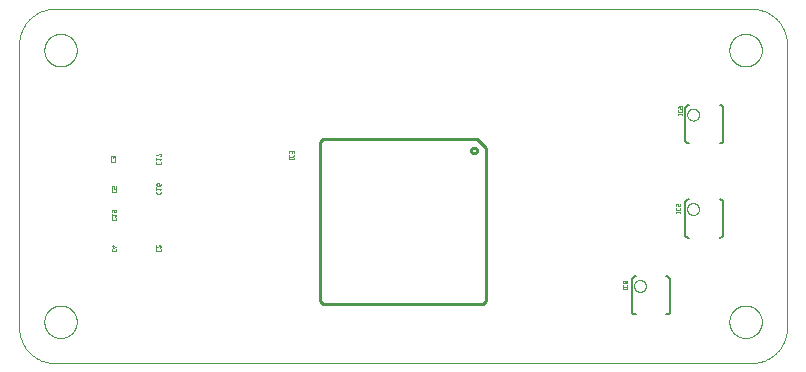
<source format=gbo>
G75*
%MOIN*%
%OFA0B0*%
%FSLAX25Y25*%
%IPPOS*%
%LPD*%
%AMOC8*
5,1,8,0,0,1.08239X$1,22.5*
%
%ADD10C,0.00000*%
%ADD11C,0.00100*%
%ADD12C,0.01000*%
%ADD13C,0.00600*%
%ADD14C,0.00200*%
D10*
X0013811Y0013041D02*
X0246094Y0013041D01*
X0246379Y0013044D01*
X0246665Y0013055D01*
X0246950Y0013072D01*
X0247234Y0013096D01*
X0247518Y0013127D01*
X0247801Y0013165D01*
X0248082Y0013210D01*
X0248363Y0013261D01*
X0248643Y0013319D01*
X0248921Y0013384D01*
X0249197Y0013456D01*
X0249471Y0013534D01*
X0249744Y0013619D01*
X0250014Y0013711D01*
X0250282Y0013809D01*
X0250548Y0013913D01*
X0250811Y0014024D01*
X0251071Y0014141D01*
X0251329Y0014264D01*
X0251583Y0014394D01*
X0251834Y0014530D01*
X0252082Y0014671D01*
X0252326Y0014819D01*
X0252567Y0014972D01*
X0252803Y0015132D01*
X0253036Y0015297D01*
X0253265Y0015467D01*
X0253490Y0015643D01*
X0253710Y0015825D01*
X0253926Y0016011D01*
X0254137Y0016203D01*
X0254344Y0016400D01*
X0254546Y0016602D01*
X0254743Y0016809D01*
X0254935Y0017020D01*
X0255121Y0017236D01*
X0255303Y0017456D01*
X0255479Y0017681D01*
X0255649Y0017910D01*
X0255814Y0018143D01*
X0255974Y0018379D01*
X0256127Y0018620D01*
X0256275Y0018864D01*
X0256416Y0019112D01*
X0256552Y0019363D01*
X0256682Y0019617D01*
X0256805Y0019875D01*
X0256922Y0020135D01*
X0257033Y0020398D01*
X0257137Y0020664D01*
X0257235Y0020932D01*
X0257327Y0021202D01*
X0257412Y0021475D01*
X0257490Y0021749D01*
X0257562Y0022025D01*
X0257627Y0022303D01*
X0257685Y0022583D01*
X0257736Y0022864D01*
X0257781Y0023145D01*
X0257819Y0023428D01*
X0257850Y0023712D01*
X0257874Y0023996D01*
X0257891Y0024281D01*
X0257902Y0024567D01*
X0257905Y0024852D01*
X0257906Y0024852D02*
X0257906Y0119340D01*
X0257905Y0119340D02*
X0257902Y0119625D01*
X0257891Y0119911D01*
X0257874Y0120196D01*
X0257850Y0120480D01*
X0257819Y0120764D01*
X0257781Y0121047D01*
X0257736Y0121328D01*
X0257685Y0121609D01*
X0257627Y0121889D01*
X0257562Y0122167D01*
X0257490Y0122443D01*
X0257412Y0122717D01*
X0257327Y0122990D01*
X0257235Y0123260D01*
X0257137Y0123528D01*
X0257033Y0123794D01*
X0256922Y0124057D01*
X0256805Y0124317D01*
X0256682Y0124575D01*
X0256552Y0124829D01*
X0256416Y0125080D01*
X0256275Y0125328D01*
X0256127Y0125572D01*
X0255974Y0125813D01*
X0255814Y0126049D01*
X0255649Y0126282D01*
X0255479Y0126511D01*
X0255303Y0126736D01*
X0255121Y0126956D01*
X0254935Y0127172D01*
X0254743Y0127383D01*
X0254546Y0127590D01*
X0254344Y0127792D01*
X0254137Y0127989D01*
X0253926Y0128181D01*
X0253710Y0128367D01*
X0253490Y0128549D01*
X0253265Y0128725D01*
X0253036Y0128895D01*
X0252803Y0129060D01*
X0252567Y0129220D01*
X0252326Y0129373D01*
X0252082Y0129521D01*
X0251834Y0129662D01*
X0251583Y0129798D01*
X0251329Y0129928D01*
X0251071Y0130051D01*
X0250811Y0130168D01*
X0250548Y0130279D01*
X0250282Y0130383D01*
X0250014Y0130481D01*
X0249744Y0130573D01*
X0249471Y0130658D01*
X0249197Y0130736D01*
X0248921Y0130808D01*
X0248643Y0130873D01*
X0248363Y0130931D01*
X0248082Y0130982D01*
X0247801Y0131027D01*
X0247518Y0131065D01*
X0247234Y0131096D01*
X0246950Y0131120D01*
X0246665Y0131137D01*
X0246379Y0131148D01*
X0246094Y0131151D01*
X0013811Y0131151D01*
X0013526Y0131148D01*
X0013240Y0131137D01*
X0012955Y0131120D01*
X0012671Y0131096D01*
X0012387Y0131065D01*
X0012104Y0131027D01*
X0011823Y0130982D01*
X0011542Y0130931D01*
X0011262Y0130873D01*
X0010984Y0130808D01*
X0010708Y0130736D01*
X0010434Y0130658D01*
X0010161Y0130573D01*
X0009891Y0130481D01*
X0009623Y0130383D01*
X0009357Y0130279D01*
X0009094Y0130168D01*
X0008834Y0130051D01*
X0008576Y0129928D01*
X0008322Y0129798D01*
X0008071Y0129662D01*
X0007823Y0129521D01*
X0007579Y0129373D01*
X0007338Y0129220D01*
X0007102Y0129060D01*
X0006869Y0128895D01*
X0006640Y0128725D01*
X0006415Y0128549D01*
X0006195Y0128367D01*
X0005979Y0128181D01*
X0005768Y0127989D01*
X0005561Y0127792D01*
X0005359Y0127590D01*
X0005162Y0127383D01*
X0004970Y0127172D01*
X0004784Y0126956D01*
X0004602Y0126736D01*
X0004426Y0126511D01*
X0004256Y0126282D01*
X0004091Y0126049D01*
X0003931Y0125813D01*
X0003778Y0125572D01*
X0003630Y0125328D01*
X0003489Y0125080D01*
X0003353Y0124829D01*
X0003223Y0124575D01*
X0003100Y0124317D01*
X0002983Y0124057D01*
X0002872Y0123794D01*
X0002768Y0123528D01*
X0002670Y0123260D01*
X0002578Y0122990D01*
X0002493Y0122717D01*
X0002415Y0122443D01*
X0002343Y0122167D01*
X0002278Y0121889D01*
X0002220Y0121609D01*
X0002169Y0121328D01*
X0002124Y0121047D01*
X0002086Y0120764D01*
X0002055Y0120480D01*
X0002031Y0120196D01*
X0002014Y0119911D01*
X0002003Y0119625D01*
X0002000Y0119340D01*
X0002000Y0024852D01*
X0002003Y0024567D01*
X0002014Y0024281D01*
X0002031Y0023996D01*
X0002055Y0023712D01*
X0002086Y0023428D01*
X0002124Y0023145D01*
X0002169Y0022864D01*
X0002220Y0022583D01*
X0002278Y0022303D01*
X0002343Y0022025D01*
X0002415Y0021749D01*
X0002493Y0021475D01*
X0002578Y0021202D01*
X0002670Y0020932D01*
X0002768Y0020664D01*
X0002872Y0020398D01*
X0002983Y0020135D01*
X0003100Y0019875D01*
X0003223Y0019617D01*
X0003353Y0019363D01*
X0003489Y0019112D01*
X0003630Y0018864D01*
X0003778Y0018620D01*
X0003931Y0018379D01*
X0004091Y0018143D01*
X0004256Y0017910D01*
X0004426Y0017681D01*
X0004602Y0017456D01*
X0004784Y0017236D01*
X0004970Y0017020D01*
X0005162Y0016809D01*
X0005359Y0016602D01*
X0005561Y0016400D01*
X0005768Y0016203D01*
X0005979Y0016011D01*
X0006195Y0015825D01*
X0006415Y0015643D01*
X0006640Y0015467D01*
X0006869Y0015297D01*
X0007102Y0015132D01*
X0007338Y0014972D01*
X0007579Y0014819D01*
X0007823Y0014671D01*
X0008071Y0014530D01*
X0008322Y0014394D01*
X0008576Y0014264D01*
X0008834Y0014141D01*
X0009094Y0014024D01*
X0009357Y0013913D01*
X0009623Y0013809D01*
X0009891Y0013711D01*
X0010161Y0013619D01*
X0010434Y0013534D01*
X0010708Y0013456D01*
X0010984Y0013384D01*
X0011262Y0013319D01*
X0011542Y0013261D01*
X0011823Y0013210D01*
X0012104Y0013165D01*
X0012387Y0013127D01*
X0012671Y0013096D01*
X0012955Y0013072D01*
X0013240Y0013055D01*
X0013526Y0013044D01*
X0013811Y0013041D01*
X0010367Y0026820D02*
X0010369Y0026967D01*
X0010375Y0027113D01*
X0010385Y0027259D01*
X0010399Y0027405D01*
X0010417Y0027551D01*
X0010438Y0027696D01*
X0010464Y0027840D01*
X0010494Y0027984D01*
X0010527Y0028126D01*
X0010564Y0028268D01*
X0010605Y0028409D01*
X0010650Y0028548D01*
X0010699Y0028687D01*
X0010751Y0028824D01*
X0010808Y0028959D01*
X0010867Y0029093D01*
X0010931Y0029225D01*
X0010998Y0029355D01*
X0011068Y0029484D01*
X0011142Y0029611D01*
X0011219Y0029735D01*
X0011300Y0029858D01*
X0011384Y0029978D01*
X0011471Y0030096D01*
X0011561Y0030211D01*
X0011654Y0030324D01*
X0011751Y0030435D01*
X0011850Y0030543D01*
X0011952Y0030648D01*
X0012057Y0030750D01*
X0012165Y0030849D01*
X0012276Y0030946D01*
X0012389Y0031039D01*
X0012504Y0031129D01*
X0012622Y0031216D01*
X0012742Y0031300D01*
X0012865Y0031381D01*
X0012989Y0031458D01*
X0013116Y0031532D01*
X0013245Y0031602D01*
X0013375Y0031669D01*
X0013507Y0031733D01*
X0013641Y0031792D01*
X0013776Y0031849D01*
X0013913Y0031901D01*
X0014052Y0031950D01*
X0014191Y0031995D01*
X0014332Y0032036D01*
X0014474Y0032073D01*
X0014616Y0032106D01*
X0014760Y0032136D01*
X0014904Y0032162D01*
X0015049Y0032183D01*
X0015195Y0032201D01*
X0015341Y0032215D01*
X0015487Y0032225D01*
X0015633Y0032231D01*
X0015780Y0032233D01*
X0015927Y0032231D01*
X0016073Y0032225D01*
X0016219Y0032215D01*
X0016365Y0032201D01*
X0016511Y0032183D01*
X0016656Y0032162D01*
X0016800Y0032136D01*
X0016944Y0032106D01*
X0017086Y0032073D01*
X0017228Y0032036D01*
X0017369Y0031995D01*
X0017508Y0031950D01*
X0017647Y0031901D01*
X0017784Y0031849D01*
X0017919Y0031792D01*
X0018053Y0031733D01*
X0018185Y0031669D01*
X0018315Y0031602D01*
X0018444Y0031532D01*
X0018571Y0031458D01*
X0018695Y0031381D01*
X0018818Y0031300D01*
X0018938Y0031216D01*
X0019056Y0031129D01*
X0019171Y0031039D01*
X0019284Y0030946D01*
X0019395Y0030849D01*
X0019503Y0030750D01*
X0019608Y0030648D01*
X0019710Y0030543D01*
X0019809Y0030435D01*
X0019906Y0030324D01*
X0019999Y0030211D01*
X0020089Y0030096D01*
X0020176Y0029978D01*
X0020260Y0029858D01*
X0020341Y0029735D01*
X0020418Y0029611D01*
X0020492Y0029484D01*
X0020562Y0029355D01*
X0020629Y0029225D01*
X0020693Y0029093D01*
X0020752Y0028959D01*
X0020809Y0028824D01*
X0020861Y0028687D01*
X0020910Y0028548D01*
X0020955Y0028409D01*
X0020996Y0028268D01*
X0021033Y0028126D01*
X0021066Y0027984D01*
X0021096Y0027840D01*
X0021122Y0027696D01*
X0021143Y0027551D01*
X0021161Y0027405D01*
X0021175Y0027259D01*
X0021185Y0027113D01*
X0021191Y0026967D01*
X0021193Y0026820D01*
X0021191Y0026673D01*
X0021185Y0026527D01*
X0021175Y0026381D01*
X0021161Y0026235D01*
X0021143Y0026089D01*
X0021122Y0025944D01*
X0021096Y0025800D01*
X0021066Y0025656D01*
X0021033Y0025514D01*
X0020996Y0025372D01*
X0020955Y0025231D01*
X0020910Y0025092D01*
X0020861Y0024953D01*
X0020809Y0024816D01*
X0020752Y0024681D01*
X0020693Y0024547D01*
X0020629Y0024415D01*
X0020562Y0024285D01*
X0020492Y0024156D01*
X0020418Y0024029D01*
X0020341Y0023905D01*
X0020260Y0023782D01*
X0020176Y0023662D01*
X0020089Y0023544D01*
X0019999Y0023429D01*
X0019906Y0023316D01*
X0019809Y0023205D01*
X0019710Y0023097D01*
X0019608Y0022992D01*
X0019503Y0022890D01*
X0019395Y0022791D01*
X0019284Y0022694D01*
X0019171Y0022601D01*
X0019056Y0022511D01*
X0018938Y0022424D01*
X0018818Y0022340D01*
X0018695Y0022259D01*
X0018571Y0022182D01*
X0018444Y0022108D01*
X0018315Y0022038D01*
X0018185Y0021971D01*
X0018053Y0021907D01*
X0017919Y0021848D01*
X0017784Y0021791D01*
X0017647Y0021739D01*
X0017508Y0021690D01*
X0017369Y0021645D01*
X0017228Y0021604D01*
X0017086Y0021567D01*
X0016944Y0021534D01*
X0016800Y0021504D01*
X0016656Y0021478D01*
X0016511Y0021457D01*
X0016365Y0021439D01*
X0016219Y0021425D01*
X0016073Y0021415D01*
X0015927Y0021409D01*
X0015780Y0021407D01*
X0015633Y0021409D01*
X0015487Y0021415D01*
X0015341Y0021425D01*
X0015195Y0021439D01*
X0015049Y0021457D01*
X0014904Y0021478D01*
X0014760Y0021504D01*
X0014616Y0021534D01*
X0014474Y0021567D01*
X0014332Y0021604D01*
X0014191Y0021645D01*
X0014052Y0021690D01*
X0013913Y0021739D01*
X0013776Y0021791D01*
X0013641Y0021848D01*
X0013507Y0021907D01*
X0013375Y0021971D01*
X0013245Y0022038D01*
X0013116Y0022108D01*
X0012989Y0022182D01*
X0012865Y0022259D01*
X0012742Y0022340D01*
X0012622Y0022424D01*
X0012504Y0022511D01*
X0012389Y0022601D01*
X0012276Y0022694D01*
X0012165Y0022791D01*
X0012057Y0022890D01*
X0011952Y0022992D01*
X0011850Y0023097D01*
X0011751Y0023205D01*
X0011654Y0023316D01*
X0011561Y0023429D01*
X0011471Y0023544D01*
X0011384Y0023662D01*
X0011300Y0023782D01*
X0011219Y0023905D01*
X0011142Y0024029D01*
X0011068Y0024156D01*
X0010998Y0024285D01*
X0010931Y0024415D01*
X0010867Y0024547D01*
X0010808Y0024681D01*
X0010751Y0024816D01*
X0010699Y0024953D01*
X0010650Y0025092D01*
X0010605Y0025231D01*
X0010564Y0025372D01*
X0010527Y0025514D01*
X0010494Y0025656D01*
X0010464Y0025800D01*
X0010438Y0025944D01*
X0010417Y0026089D01*
X0010399Y0026235D01*
X0010385Y0026381D01*
X0010375Y0026527D01*
X0010369Y0026673D01*
X0010367Y0026820D01*
X0010367Y0117371D02*
X0010369Y0117518D01*
X0010375Y0117664D01*
X0010385Y0117810D01*
X0010399Y0117956D01*
X0010417Y0118102D01*
X0010438Y0118247D01*
X0010464Y0118391D01*
X0010494Y0118535D01*
X0010527Y0118677D01*
X0010564Y0118819D01*
X0010605Y0118960D01*
X0010650Y0119099D01*
X0010699Y0119238D01*
X0010751Y0119375D01*
X0010808Y0119510D01*
X0010867Y0119644D01*
X0010931Y0119776D01*
X0010998Y0119906D01*
X0011068Y0120035D01*
X0011142Y0120162D01*
X0011219Y0120286D01*
X0011300Y0120409D01*
X0011384Y0120529D01*
X0011471Y0120647D01*
X0011561Y0120762D01*
X0011654Y0120875D01*
X0011751Y0120986D01*
X0011850Y0121094D01*
X0011952Y0121199D01*
X0012057Y0121301D01*
X0012165Y0121400D01*
X0012276Y0121497D01*
X0012389Y0121590D01*
X0012504Y0121680D01*
X0012622Y0121767D01*
X0012742Y0121851D01*
X0012865Y0121932D01*
X0012989Y0122009D01*
X0013116Y0122083D01*
X0013245Y0122153D01*
X0013375Y0122220D01*
X0013507Y0122284D01*
X0013641Y0122343D01*
X0013776Y0122400D01*
X0013913Y0122452D01*
X0014052Y0122501D01*
X0014191Y0122546D01*
X0014332Y0122587D01*
X0014474Y0122624D01*
X0014616Y0122657D01*
X0014760Y0122687D01*
X0014904Y0122713D01*
X0015049Y0122734D01*
X0015195Y0122752D01*
X0015341Y0122766D01*
X0015487Y0122776D01*
X0015633Y0122782D01*
X0015780Y0122784D01*
X0015927Y0122782D01*
X0016073Y0122776D01*
X0016219Y0122766D01*
X0016365Y0122752D01*
X0016511Y0122734D01*
X0016656Y0122713D01*
X0016800Y0122687D01*
X0016944Y0122657D01*
X0017086Y0122624D01*
X0017228Y0122587D01*
X0017369Y0122546D01*
X0017508Y0122501D01*
X0017647Y0122452D01*
X0017784Y0122400D01*
X0017919Y0122343D01*
X0018053Y0122284D01*
X0018185Y0122220D01*
X0018315Y0122153D01*
X0018444Y0122083D01*
X0018571Y0122009D01*
X0018695Y0121932D01*
X0018818Y0121851D01*
X0018938Y0121767D01*
X0019056Y0121680D01*
X0019171Y0121590D01*
X0019284Y0121497D01*
X0019395Y0121400D01*
X0019503Y0121301D01*
X0019608Y0121199D01*
X0019710Y0121094D01*
X0019809Y0120986D01*
X0019906Y0120875D01*
X0019999Y0120762D01*
X0020089Y0120647D01*
X0020176Y0120529D01*
X0020260Y0120409D01*
X0020341Y0120286D01*
X0020418Y0120162D01*
X0020492Y0120035D01*
X0020562Y0119906D01*
X0020629Y0119776D01*
X0020693Y0119644D01*
X0020752Y0119510D01*
X0020809Y0119375D01*
X0020861Y0119238D01*
X0020910Y0119099D01*
X0020955Y0118960D01*
X0020996Y0118819D01*
X0021033Y0118677D01*
X0021066Y0118535D01*
X0021096Y0118391D01*
X0021122Y0118247D01*
X0021143Y0118102D01*
X0021161Y0117956D01*
X0021175Y0117810D01*
X0021185Y0117664D01*
X0021191Y0117518D01*
X0021193Y0117371D01*
X0021191Y0117224D01*
X0021185Y0117078D01*
X0021175Y0116932D01*
X0021161Y0116786D01*
X0021143Y0116640D01*
X0021122Y0116495D01*
X0021096Y0116351D01*
X0021066Y0116207D01*
X0021033Y0116065D01*
X0020996Y0115923D01*
X0020955Y0115782D01*
X0020910Y0115643D01*
X0020861Y0115504D01*
X0020809Y0115367D01*
X0020752Y0115232D01*
X0020693Y0115098D01*
X0020629Y0114966D01*
X0020562Y0114836D01*
X0020492Y0114707D01*
X0020418Y0114580D01*
X0020341Y0114456D01*
X0020260Y0114333D01*
X0020176Y0114213D01*
X0020089Y0114095D01*
X0019999Y0113980D01*
X0019906Y0113867D01*
X0019809Y0113756D01*
X0019710Y0113648D01*
X0019608Y0113543D01*
X0019503Y0113441D01*
X0019395Y0113342D01*
X0019284Y0113245D01*
X0019171Y0113152D01*
X0019056Y0113062D01*
X0018938Y0112975D01*
X0018818Y0112891D01*
X0018695Y0112810D01*
X0018571Y0112733D01*
X0018444Y0112659D01*
X0018315Y0112589D01*
X0018185Y0112522D01*
X0018053Y0112458D01*
X0017919Y0112399D01*
X0017784Y0112342D01*
X0017647Y0112290D01*
X0017508Y0112241D01*
X0017369Y0112196D01*
X0017228Y0112155D01*
X0017086Y0112118D01*
X0016944Y0112085D01*
X0016800Y0112055D01*
X0016656Y0112029D01*
X0016511Y0112008D01*
X0016365Y0111990D01*
X0016219Y0111976D01*
X0016073Y0111966D01*
X0015927Y0111960D01*
X0015780Y0111958D01*
X0015633Y0111960D01*
X0015487Y0111966D01*
X0015341Y0111976D01*
X0015195Y0111990D01*
X0015049Y0112008D01*
X0014904Y0112029D01*
X0014760Y0112055D01*
X0014616Y0112085D01*
X0014474Y0112118D01*
X0014332Y0112155D01*
X0014191Y0112196D01*
X0014052Y0112241D01*
X0013913Y0112290D01*
X0013776Y0112342D01*
X0013641Y0112399D01*
X0013507Y0112458D01*
X0013375Y0112522D01*
X0013245Y0112589D01*
X0013116Y0112659D01*
X0012989Y0112733D01*
X0012865Y0112810D01*
X0012742Y0112891D01*
X0012622Y0112975D01*
X0012504Y0113062D01*
X0012389Y0113152D01*
X0012276Y0113245D01*
X0012165Y0113342D01*
X0012057Y0113441D01*
X0011952Y0113543D01*
X0011850Y0113648D01*
X0011751Y0113756D01*
X0011654Y0113867D01*
X0011561Y0113980D01*
X0011471Y0114095D01*
X0011384Y0114213D01*
X0011300Y0114333D01*
X0011219Y0114456D01*
X0011142Y0114580D01*
X0011068Y0114707D01*
X0010998Y0114836D01*
X0010931Y0114966D01*
X0010867Y0115098D01*
X0010808Y0115232D01*
X0010751Y0115367D01*
X0010699Y0115504D01*
X0010650Y0115643D01*
X0010605Y0115782D01*
X0010564Y0115923D01*
X0010527Y0116065D01*
X0010494Y0116207D01*
X0010464Y0116351D01*
X0010438Y0116495D01*
X0010417Y0116640D01*
X0010399Y0116786D01*
X0010385Y0116932D01*
X0010375Y0117078D01*
X0010369Y0117224D01*
X0010367Y0117371D01*
X0238713Y0117371D02*
X0238715Y0117518D01*
X0238721Y0117664D01*
X0238731Y0117810D01*
X0238745Y0117956D01*
X0238763Y0118102D01*
X0238784Y0118247D01*
X0238810Y0118391D01*
X0238840Y0118535D01*
X0238873Y0118677D01*
X0238910Y0118819D01*
X0238951Y0118960D01*
X0238996Y0119099D01*
X0239045Y0119238D01*
X0239097Y0119375D01*
X0239154Y0119510D01*
X0239213Y0119644D01*
X0239277Y0119776D01*
X0239344Y0119906D01*
X0239414Y0120035D01*
X0239488Y0120162D01*
X0239565Y0120286D01*
X0239646Y0120409D01*
X0239730Y0120529D01*
X0239817Y0120647D01*
X0239907Y0120762D01*
X0240000Y0120875D01*
X0240097Y0120986D01*
X0240196Y0121094D01*
X0240298Y0121199D01*
X0240403Y0121301D01*
X0240511Y0121400D01*
X0240622Y0121497D01*
X0240735Y0121590D01*
X0240850Y0121680D01*
X0240968Y0121767D01*
X0241088Y0121851D01*
X0241211Y0121932D01*
X0241335Y0122009D01*
X0241462Y0122083D01*
X0241591Y0122153D01*
X0241721Y0122220D01*
X0241853Y0122284D01*
X0241987Y0122343D01*
X0242122Y0122400D01*
X0242259Y0122452D01*
X0242398Y0122501D01*
X0242537Y0122546D01*
X0242678Y0122587D01*
X0242820Y0122624D01*
X0242962Y0122657D01*
X0243106Y0122687D01*
X0243250Y0122713D01*
X0243395Y0122734D01*
X0243541Y0122752D01*
X0243687Y0122766D01*
X0243833Y0122776D01*
X0243979Y0122782D01*
X0244126Y0122784D01*
X0244273Y0122782D01*
X0244419Y0122776D01*
X0244565Y0122766D01*
X0244711Y0122752D01*
X0244857Y0122734D01*
X0245002Y0122713D01*
X0245146Y0122687D01*
X0245290Y0122657D01*
X0245432Y0122624D01*
X0245574Y0122587D01*
X0245715Y0122546D01*
X0245854Y0122501D01*
X0245993Y0122452D01*
X0246130Y0122400D01*
X0246265Y0122343D01*
X0246399Y0122284D01*
X0246531Y0122220D01*
X0246661Y0122153D01*
X0246790Y0122083D01*
X0246917Y0122009D01*
X0247041Y0121932D01*
X0247164Y0121851D01*
X0247284Y0121767D01*
X0247402Y0121680D01*
X0247517Y0121590D01*
X0247630Y0121497D01*
X0247741Y0121400D01*
X0247849Y0121301D01*
X0247954Y0121199D01*
X0248056Y0121094D01*
X0248155Y0120986D01*
X0248252Y0120875D01*
X0248345Y0120762D01*
X0248435Y0120647D01*
X0248522Y0120529D01*
X0248606Y0120409D01*
X0248687Y0120286D01*
X0248764Y0120162D01*
X0248838Y0120035D01*
X0248908Y0119906D01*
X0248975Y0119776D01*
X0249039Y0119644D01*
X0249098Y0119510D01*
X0249155Y0119375D01*
X0249207Y0119238D01*
X0249256Y0119099D01*
X0249301Y0118960D01*
X0249342Y0118819D01*
X0249379Y0118677D01*
X0249412Y0118535D01*
X0249442Y0118391D01*
X0249468Y0118247D01*
X0249489Y0118102D01*
X0249507Y0117956D01*
X0249521Y0117810D01*
X0249531Y0117664D01*
X0249537Y0117518D01*
X0249539Y0117371D01*
X0249537Y0117224D01*
X0249531Y0117078D01*
X0249521Y0116932D01*
X0249507Y0116786D01*
X0249489Y0116640D01*
X0249468Y0116495D01*
X0249442Y0116351D01*
X0249412Y0116207D01*
X0249379Y0116065D01*
X0249342Y0115923D01*
X0249301Y0115782D01*
X0249256Y0115643D01*
X0249207Y0115504D01*
X0249155Y0115367D01*
X0249098Y0115232D01*
X0249039Y0115098D01*
X0248975Y0114966D01*
X0248908Y0114836D01*
X0248838Y0114707D01*
X0248764Y0114580D01*
X0248687Y0114456D01*
X0248606Y0114333D01*
X0248522Y0114213D01*
X0248435Y0114095D01*
X0248345Y0113980D01*
X0248252Y0113867D01*
X0248155Y0113756D01*
X0248056Y0113648D01*
X0247954Y0113543D01*
X0247849Y0113441D01*
X0247741Y0113342D01*
X0247630Y0113245D01*
X0247517Y0113152D01*
X0247402Y0113062D01*
X0247284Y0112975D01*
X0247164Y0112891D01*
X0247041Y0112810D01*
X0246917Y0112733D01*
X0246790Y0112659D01*
X0246661Y0112589D01*
X0246531Y0112522D01*
X0246399Y0112458D01*
X0246265Y0112399D01*
X0246130Y0112342D01*
X0245993Y0112290D01*
X0245854Y0112241D01*
X0245715Y0112196D01*
X0245574Y0112155D01*
X0245432Y0112118D01*
X0245290Y0112085D01*
X0245146Y0112055D01*
X0245002Y0112029D01*
X0244857Y0112008D01*
X0244711Y0111990D01*
X0244565Y0111976D01*
X0244419Y0111966D01*
X0244273Y0111960D01*
X0244126Y0111958D01*
X0243979Y0111960D01*
X0243833Y0111966D01*
X0243687Y0111976D01*
X0243541Y0111990D01*
X0243395Y0112008D01*
X0243250Y0112029D01*
X0243106Y0112055D01*
X0242962Y0112085D01*
X0242820Y0112118D01*
X0242678Y0112155D01*
X0242537Y0112196D01*
X0242398Y0112241D01*
X0242259Y0112290D01*
X0242122Y0112342D01*
X0241987Y0112399D01*
X0241853Y0112458D01*
X0241721Y0112522D01*
X0241591Y0112589D01*
X0241462Y0112659D01*
X0241335Y0112733D01*
X0241211Y0112810D01*
X0241088Y0112891D01*
X0240968Y0112975D01*
X0240850Y0113062D01*
X0240735Y0113152D01*
X0240622Y0113245D01*
X0240511Y0113342D01*
X0240403Y0113441D01*
X0240298Y0113543D01*
X0240196Y0113648D01*
X0240097Y0113756D01*
X0240000Y0113867D01*
X0239907Y0113980D01*
X0239817Y0114095D01*
X0239730Y0114213D01*
X0239646Y0114333D01*
X0239565Y0114456D01*
X0239488Y0114580D01*
X0239414Y0114707D01*
X0239344Y0114836D01*
X0239277Y0114966D01*
X0239213Y0115098D01*
X0239154Y0115232D01*
X0239097Y0115367D01*
X0239045Y0115504D01*
X0238996Y0115643D01*
X0238951Y0115782D01*
X0238910Y0115923D01*
X0238873Y0116065D01*
X0238840Y0116207D01*
X0238810Y0116351D01*
X0238784Y0116495D01*
X0238763Y0116640D01*
X0238745Y0116786D01*
X0238731Y0116932D01*
X0238721Y0117078D01*
X0238715Y0117224D01*
X0238713Y0117371D01*
X0238713Y0026820D02*
X0238715Y0026967D01*
X0238721Y0027113D01*
X0238731Y0027259D01*
X0238745Y0027405D01*
X0238763Y0027551D01*
X0238784Y0027696D01*
X0238810Y0027840D01*
X0238840Y0027984D01*
X0238873Y0028126D01*
X0238910Y0028268D01*
X0238951Y0028409D01*
X0238996Y0028548D01*
X0239045Y0028687D01*
X0239097Y0028824D01*
X0239154Y0028959D01*
X0239213Y0029093D01*
X0239277Y0029225D01*
X0239344Y0029355D01*
X0239414Y0029484D01*
X0239488Y0029611D01*
X0239565Y0029735D01*
X0239646Y0029858D01*
X0239730Y0029978D01*
X0239817Y0030096D01*
X0239907Y0030211D01*
X0240000Y0030324D01*
X0240097Y0030435D01*
X0240196Y0030543D01*
X0240298Y0030648D01*
X0240403Y0030750D01*
X0240511Y0030849D01*
X0240622Y0030946D01*
X0240735Y0031039D01*
X0240850Y0031129D01*
X0240968Y0031216D01*
X0241088Y0031300D01*
X0241211Y0031381D01*
X0241335Y0031458D01*
X0241462Y0031532D01*
X0241591Y0031602D01*
X0241721Y0031669D01*
X0241853Y0031733D01*
X0241987Y0031792D01*
X0242122Y0031849D01*
X0242259Y0031901D01*
X0242398Y0031950D01*
X0242537Y0031995D01*
X0242678Y0032036D01*
X0242820Y0032073D01*
X0242962Y0032106D01*
X0243106Y0032136D01*
X0243250Y0032162D01*
X0243395Y0032183D01*
X0243541Y0032201D01*
X0243687Y0032215D01*
X0243833Y0032225D01*
X0243979Y0032231D01*
X0244126Y0032233D01*
X0244273Y0032231D01*
X0244419Y0032225D01*
X0244565Y0032215D01*
X0244711Y0032201D01*
X0244857Y0032183D01*
X0245002Y0032162D01*
X0245146Y0032136D01*
X0245290Y0032106D01*
X0245432Y0032073D01*
X0245574Y0032036D01*
X0245715Y0031995D01*
X0245854Y0031950D01*
X0245993Y0031901D01*
X0246130Y0031849D01*
X0246265Y0031792D01*
X0246399Y0031733D01*
X0246531Y0031669D01*
X0246661Y0031602D01*
X0246790Y0031532D01*
X0246917Y0031458D01*
X0247041Y0031381D01*
X0247164Y0031300D01*
X0247284Y0031216D01*
X0247402Y0031129D01*
X0247517Y0031039D01*
X0247630Y0030946D01*
X0247741Y0030849D01*
X0247849Y0030750D01*
X0247954Y0030648D01*
X0248056Y0030543D01*
X0248155Y0030435D01*
X0248252Y0030324D01*
X0248345Y0030211D01*
X0248435Y0030096D01*
X0248522Y0029978D01*
X0248606Y0029858D01*
X0248687Y0029735D01*
X0248764Y0029611D01*
X0248838Y0029484D01*
X0248908Y0029355D01*
X0248975Y0029225D01*
X0249039Y0029093D01*
X0249098Y0028959D01*
X0249155Y0028824D01*
X0249207Y0028687D01*
X0249256Y0028548D01*
X0249301Y0028409D01*
X0249342Y0028268D01*
X0249379Y0028126D01*
X0249412Y0027984D01*
X0249442Y0027840D01*
X0249468Y0027696D01*
X0249489Y0027551D01*
X0249507Y0027405D01*
X0249521Y0027259D01*
X0249531Y0027113D01*
X0249537Y0026967D01*
X0249539Y0026820D01*
X0249537Y0026673D01*
X0249531Y0026527D01*
X0249521Y0026381D01*
X0249507Y0026235D01*
X0249489Y0026089D01*
X0249468Y0025944D01*
X0249442Y0025800D01*
X0249412Y0025656D01*
X0249379Y0025514D01*
X0249342Y0025372D01*
X0249301Y0025231D01*
X0249256Y0025092D01*
X0249207Y0024953D01*
X0249155Y0024816D01*
X0249098Y0024681D01*
X0249039Y0024547D01*
X0248975Y0024415D01*
X0248908Y0024285D01*
X0248838Y0024156D01*
X0248764Y0024029D01*
X0248687Y0023905D01*
X0248606Y0023782D01*
X0248522Y0023662D01*
X0248435Y0023544D01*
X0248345Y0023429D01*
X0248252Y0023316D01*
X0248155Y0023205D01*
X0248056Y0023097D01*
X0247954Y0022992D01*
X0247849Y0022890D01*
X0247741Y0022791D01*
X0247630Y0022694D01*
X0247517Y0022601D01*
X0247402Y0022511D01*
X0247284Y0022424D01*
X0247164Y0022340D01*
X0247041Y0022259D01*
X0246917Y0022182D01*
X0246790Y0022108D01*
X0246661Y0022038D01*
X0246531Y0021971D01*
X0246399Y0021907D01*
X0246265Y0021848D01*
X0246130Y0021791D01*
X0245993Y0021739D01*
X0245854Y0021690D01*
X0245715Y0021645D01*
X0245574Y0021604D01*
X0245432Y0021567D01*
X0245290Y0021534D01*
X0245146Y0021504D01*
X0245002Y0021478D01*
X0244857Y0021457D01*
X0244711Y0021439D01*
X0244565Y0021425D01*
X0244419Y0021415D01*
X0244273Y0021409D01*
X0244126Y0021407D01*
X0243979Y0021409D01*
X0243833Y0021415D01*
X0243687Y0021425D01*
X0243541Y0021439D01*
X0243395Y0021457D01*
X0243250Y0021478D01*
X0243106Y0021504D01*
X0242962Y0021534D01*
X0242820Y0021567D01*
X0242678Y0021604D01*
X0242537Y0021645D01*
X0242398Y0021690D01*
X0242259Y0021739D01*
X0242122Y0021791D01*
X0241987Y0021848D01*
X0241853Y0021907D01*
X0241721Y0021971D01*
X0241591Y0022038D01*
X0241462Y0022108D01*
X0241335Y0022182D01*
X0241211Y0022259D01*
X0241088Y0022340D01*
X0240968Y0022424D01*
X0240850Y0022511D01*
X0240735Y0022601D01*
X0240622Y0022694D01*
X0240511Y0022791D01*
X0240403Y0022890D01*
X0240298Y0022992D01*
X0240196Y0023097D01*
X0240097Y0023205D01*
X0240000Y0023316D01*
X0239907Y0023429D01*
X0239817Y0023544D01*
X0239730Y0023662D01*
X0239646Y0023782D01*
X0239565Y0023905D01*
X0239488Y0024029D01*
X0239414Y0024156D01*
X0239344Y0024285D01*
X0239277Y0024415D01*
X0239213Y0024547D01*
X0239154Y0024681D01*
X0239097Y0024816D01*
X0239045Y0024953D01*
X0238996Y0025092D01*
X0238951Y0025231D01*
X0238910Y0025372D01*
X0238873Y0025514D01*
X0238840Y0025656D01*
X0238810Y0025800D01*
X0238784Y0025944D01*
X0238763Y0026089D01*
X0238745Y0026235D01*
X0238731Y0026381D01*
X0238721Y0026527D01*
X0238715Y0026673D01*
X0238713Y0026820D01*
D11*
X0204706Y0037614D02*
X0204706Y0037948D01*
X0204706Y0037781D02*
X0203206Y0037781D01*
X0203206Y0037614D02*
X0203206Y0037948D01*
X0203539Y0038513D02*
X0204373Y0038513D01*
X0204408Y0038515D01*
X0204442Y0038520D01*
X0204476Y0038529D01*
X0204508Y0038542D01*
X0204539Y0038558D01*
X0204569Y0038577D01*
X0204596Y0038599D01*
X0204620Y0038623D01*
X0204642Y0038650D01*
X0204661Y0038679D01*
X0204677Y0038711D01*
X0204690Y0038743D01*
X0204699Y0038777D01*
X0204704Y0038811D01*
X0204706Y0038846D01*
X0204706Y0039179D01*
X0204373Y0039800D02*
X0204338Y0039802D01*
X0204304Y0039807D01*
X0204270Y0039816D01*
X0204238Y0039829D01*
X0204207Y0039845D01*
X0204177Y0039864D01*
X0204150Y0039886D01*
X0204126Y0039910D01*
X0204104Y0039937D01*
X0204085Y0039967D01*
X0204069Y0039998D01*
X0204056Y0040030D01*
X0204047Y0040064D01*
X0204042Y0040098D01*
X0204040Y0040133D01*
X0204042Y0040168D01*
X0204047Y0040202D01*
X0204056Y0040236D01*
X0204069Y0040268D01*
X0204085Y0040300D01*
X0204104Y0040329D01*
X0204126Y0040356D01*
X0204150Y0040380D01*
X0204177Y0040402D01*
X0204207Y0040421D01*
X0204238Y0040437D01*
X0204270Y0040450D01*
X0204304Y0040459D01*
X0204338Y0040464D01*
X0204373Y0040466D01*
X0204408Y0040464D01*
X0204442Y0040459D01*
X0204476Y0040450D01*
X0204508Y0040437D01*
X0204540Y0040421D01*
X0204569Y0040402D01*
X0204596Y0040380D01*
X0204620Y0040356D01*
X0204642Y0040329D01*
X0204661Y0040300D01*
X0204677Y0040268D01*
X0204690Y0040236D01*
X0204699Y0040202D01*
X0204704Y0040168D01*
X0204706Y0040133D01*
X0204704Y0040098D01*
X0204699Y0040064D01*
X0204690Y0040030D01*
X0204677Y0039998D01*
X0204661Y0039967D01*
X0204642Y0039937D01*
X0204620Y0039910D01*
X0204596Y0039886D01*
X0204569Y0039864D01*
X0204540Y0039845D01*
X0204508Y0039829D01*
X0204476Y0039816D01*
X0204442Y0039807D01*
X0204408Y0039802D01*
X0204373Y0039800D01*
X0203623Y0039716D02*
X0203583Y0039718D01*
X0203544Y0039724D01*
X0203506Y0039733D01*
X0203468Y0039746D01*
X0203432Y0039762D01*
X0203398Y0039782D01*
X0203365Y0039805D01*
X0203335Y0039831D01*
X0203308Y0039860D01*
X0203283Y0039891D01*
X0203262Y0039925D01*
X0203244Y0039960D01*
X0203229Y0039997D01*
X0203218Y0040035D01*
X0203210Y0040074D01*
X0203206Y0040113D01*
X0203206Y0040153D01*
X0203210Y0040192D01*
X0203218Y0040231D01*
X0203229Y0040269D01*
X0203244Y0040306D01*
X0203262Y0040342D01*
X0203283Y0040375D01*
X0203308Y0040406D01*
X0203335Y0040435D01*
X0203365Y0040461D01*
X0203398Y0040484D01*
X0203432Y0040504D01*
X0203468Y0040520D01*
X0203506Y0040533D01*
X0203544Y0040542D01*
X0203583Y0040548D01*
X0203623Y0040550D01*
X0203663Y0040548D01*
X0203702Y0040542D01*
X0203740Y0040533D01*
X0203778Y0040520D01*
X0203814Y0040504D01*
X0203848Y0040484D01*
X0203881Y0040461D01*
X0203911Y0040435D01*
X0203938Y0040406D01*
X0203963Y0040375D01*
X0203984Y0040342D01*
X0204002Y0040306D01*
X0204017Y0040269D01*
X0204028Y0040231D01*
X0204036Y0040192D01*
X0204040Y0040153D01*
X0204040Y0040113D01*
X0204036Y0040074D01*
X0204028Y0040035D01*
X0204017Y0039997D01*
X0204002Y0039960D01*
X0203984Y0039925D01*
X0203963Y0039891D01*
X0203938Y0039860D01*
X0203911Y0039831D01*
X0203881Y0039805D01*
X0203848Y0039782D01*
X0203814Y0039762D01*
X0203778Y0039746D01*
X0203740Y0039733D01*
X0203702Y0039724D01*
X0203663Y0039718D01*
X0203623Y0039716D01*
X0203206Y0039179D02*
X0203206Y0038846D01*
X0203208Y0038811D01*
X0203213Y0038777D01*
X0203222Y0038743D01*
X0203235Y0038711D01*
X0203251Y0038680D01*
X0203270Y0038650D01*
X0203292Y0038623D01*
X0203316Y0038599D01*
X0203343Y0038577D01*
X0203373Y0038558D01*
X0203404Y0038542D01*
X0203436Y0038529D01*
X0203470Y0038520D01*
X0203504Y0038515D01*
X0203539Y0038513D01*
X0220922Y0063205D02*
X0220922Y0063538D01*
X0220922Y0063371D02*
X0222422Y0063371D01*
X0222422Y0063205D02*
X0222422Y0063538D01*
X0222089Y0064103D02*
X0221256Y0064103D01*
X0221221Y0064105D01*
X0221187Y0064110D01*
X0221153Y0064119D01*
X0221121Y0064132D01*
X0221090Y0064148D01*
X0221060Y0064167D01*
X0221033Y0064189D01*
X0221009Y0064213D01*
X0220987Y0064240D01*
X0220968Y0064270D01*
X0220952Y0064301D01*
X0220939Y0064333D01*
X0220930Y0064367D01*
X0220925Y0064401D01*
X0220923Y0064436D01*
X0220922Y0064436D02*
X0220922Y0064770D01*
X0220922Y0065307D02*
X0220922Y0065807D01*
X0220923Y0065807D02*
X0220925Y0065842D01*
X0220930Y0065876D01*
X0220939Y0065910D01*
X0220952Y0065942D01*
X0220968Y0065974D01*
X0220987Y0066003D01*
X0221009Y0066030D01*
X0221033Y0066054D01*
X0221060Y0066076D01*
X0221090Y0066095D01*
X0221121Y0066111D01*
X0221153Y0066124D01*
X0221187Y0066133D01*
X0221221Y0066138D01*
X0221256Y0066140D01*
X0221422Y0066140D01*
X0221457Y0066138D01*
X0221491Y0066133D01*
X0221525Y0066124D01*
X0221557Y0066111D01*
X0221589Y0066095D01*
X0221618Y0066076D01*
X0221645Y0066054D01*
X0221669Y0066030D01*
X0221691Y0066003D01*
X0221710Y0065974D01*
X0221726Y0065942D01*
X0221739Y0065910D01*
X0221748Y0065876D01*
X0221753Y0065842D01*
X0221755Y0065807D01*
X0221756Y0065807D02*
X0221756Y0065307D01*
X0222422Y0065307D01*
X0222422Y0066140D01*
X0222422Y0064770D02*
X0222422Y0064436D01*
X0222420Y0064401D01*
X0222415Y0064367D01*
X0222406Y0064333D01*
X0222393Y0064301D01*
X0222377Y0064269D01*
X0222358Y0064240D01*
X0222336Y0064213D01*
X0222312Y0064189D01*
X0222285Y0064167D01*
X0222255Y0064148D01*
X0222224Y0064132D01*
X0222192Y0064119D01*
X0222158Y0064110D01*
X0222124Y0064105D01*
X0222089Y0064103D01*
X0221538Y0095768D02*
X0221538Y0096101D01*
X0221538Y0095934D02*
X0223038Y0095934D01*
X0223038Y0095768D02*
X0223038Y0096101D01*
X0222705Y0096666D02*
X0221872Y0096666D01*
X0221837Y0096668D01*
X0221803Y0096673D01*
X0221769Y0096682D01*
X0221737Y0096695D01*
X0221706Y0096711D01*
X0221676Y0096730D01*
X0221649Y0096752D01*
X0221625Y0096776D01*
X0221603Y0096803D01*
X0221584Y0096833D01*
X0221568Y0096864D01*
X0221555Y0096896D01*
X0221546Y0096930D01*
X0221541Y0096964D01*
X0221539Y0096999D01*
X0221538Y0096999D02*
X0221538Y0097333D01*
X0221538Y0098036D02*
X0221540Y0098086D01*
X0221545Y0098135D01*
X0221555Y0098184D01*
X0221568Y0098233D01*
X0221584Y0098280D01*
X0221604Y0098325D01*
X0221627Y0098370D01*
X0221654Y0098412D01*
X0221684Y0098452D01*
X0221716Y0098490D01*
X0221751Y0098525D01*
X0221789Y0098557D01*
X0221829Y0098587D01*
X0221872Y0098614D01*
X0221916Y0098637D01*
X0221961Y0098657D01*
X0222008Y0098673D01*
X0222057Y0098686D01*
X0222106Y0098696D01*
X0222155Y0098701D01*
X0222205Y0098703D01*
X0222622Y0098703D01*
X0222662Y0098701D01*
X0222701Y0098695D01*
X0222739Y0098686D01*
X0222777Y0098673D01*
X0222813Y0098657D01*
X0222847Y0098637D01*
X0222880Y0098614D01*
X0222910Y0098588D01*
X0222937Y0098559D01*
X0222962Y0098528D01*
X0222983Y0098495D01*
X0223001Y0098459D01*
X0223016Y0098422D01*
X0223027Y0098384D01*
X0223035Y0098345D01*
X0223039Y0098306D01*
X0223039Y0098266D01*
X0223035Y0098227D01*
X0223027Y0098188D01*
X0223016Y0098150D01*
X0223001Y0098113D01*
X0222983Y0098078D01*
X0222962Y0098044D01*
X0222937Y0098013D01*
X0222910Y0097984D01*
X0222880Y0097958D01*
X0222847Y0097935D01*
X0222813Y0097915D01*
X0222777Y0097899D01*
X0222739Y0097886D01*
X0222701Y0097877D01*
X0222662Y0097871D01*
X0222622Y0097869D01*
X0222622Y0097870D02*
X0222538Y0097870D01*
X0222503Y0097872D01*
X0222469Y0097877D01*
X0222435Y0097886D01*
X0222403Y0097899D01*
X0222372Y0097915D01*
X0222342Y0097934D01*
X0222315Y0097956D01*
X0222291Y0097980D01*
X0222269Y0098007D01*
X0222250Y0098037D01*
X0222234Y0098068D01*
X0222221Y0098100D01*
X0222212Y0098134D01*
X0222207Y0098168D01*
X0222205Y0098203D01*
X0222205Y0098703D01*
X0223038Y0097333D02*
X0223038Y0096999D01*
X0223036Y0096964D01*
X0223031Y0096930D01*
X0223022Y0096896D01*
X0223009Y0096864D01*
X0222993Y0096832D01*
X0222974Y0096803D01*
X0222952Y0096776D01*
X0222928Y0096752D01*
X0222901Y0096730D01*
X0222871Y0096711D01*
X0222840Y0096695D01*
X0222808Y0096682D01*
X0222774Y0096673D01*
X0222740Y0096668D01*
X0222705Y0096666D01*
X0093485Y0083523D02*
X0093485Y0083023D01*
X0093485Y0082486D02*
X0093485Y0082153D01*
X0093483Y0082118D01*
X0093478Y0082084D01*
X0093469Y0082050D01*
X0093456Y0082018D01*
X0093440Y0081986D01*
X0093421Y0081957D01*
X0093399Y0081930D01*
X0093375Y0081906D01*
X0093348Y0081884D01*
X0093318Y0081865D01*
X0093287Y0081849D01*
X0093255Y0081836D01*
X0093221Y0081827D01*
X0093187Y0081822D01*
X0093152Y0081820D01*
X0092319Y0081820D01*
X0092284Y0081822D01*
X0092250Y0081827D01*
X0092216Y0081836D01*
X0092184Y0081849D01*
X0092153Y0081865D01*
X0092123Y0081884D01*
X0092096Y0081906D01*
X0092072Y0081930D01*
X0092050Y0081957D01*
X0092031Y0081987D01*
X0092015Y0082018D01*
X0092002Y0082050D01*
X0091993Y0082084D01*
X0091988Y0082118D01*
X0091986Y0082153D01*
X0091985Y0082153D02*
X0091985Y0082486D01*
X0091985Y0083023D02*
X0091985Y0083440D01*
X0091987Y0083480D01*
X0091993Y0083519D01*
X0092002Y0083557D01*
X0092015Y0083595D01*
X0092031Y0083631D01*
X0092051Y0083665D01*
X0092074Y0083698D01*
X0092100Y0083728D01*
X0092129Y0083755D01*
X0092160Y0083780D01*
X0092194Y0083801D01*
X0092229Y0083819D01*
X0092266Y0083834D01*
X0092304Y0083845D01*
X0092343Y0083853D01*
X0092382Y0083857D01*
X0092422Y0083857D01*
X0092461Y0083853D01*
X0092500Y0083845D01*
X0092538Y0083834D01*
X0092575Y0083819D01*
X0092611Y0083801D01*
X0092644Y0083780D01*
X0092675Y0083755D01*
X0092704Y0083728D01*
X0092730Y0083698D01*
X0092753Y0083665D01*
X0092773Y0083631D01*
X0092789Y0083595D01*
X0092802Y0083557D01*
X0092811Y0083519D01*
X0092817Y0083480D01*
X0092819Y0083440D01*
X0092819Y0083523D02*
X0092819Y0083190D01*
X0092819Y0083523D02*
X0092821Y0083558D01*
X0092826Y0083592D01*
X0092835Y0083626D01*
X0092848Y0083658D01*
X0092864Y0083690D01*
X0092883Y0083719D01*
X0092905Y0083746D01*
X0092929Y0083770D01*
X0092956Y0083792D01*
X0092986Y0083811D01*
X0093017Y0083827D01*
X0093049Y0083840D01*
X0093083Y0083849D01*
X0093117Y0083854D01*
X0093152Y0083856D01*
X0093187Y0083854D01*
X0093221Y0083849D01*
X0093255Y0083840D01*
X0093287Y0083827D01*
X0093319Y0083811D01*
X0093348Y0083792D01*
X0093375Y0083770D01*
X0093399Y0083746D01*
X0093421Y0083719D01*
X0093440Y0083690D01*
X0093456Y0083658D01*
X0093469Y0083626D01*
X0093478Y0083592D01*
X0093483Y0083558D01*
X0093485Y0083523D01*
X0093485Y0081255D02*
X0093485Y0080921D01*
X0093485Y0081088D02*
X0091985Y0081088D01*
X0091985Y0080921D02*
X0091985Y0081255D01*
X0049194Y0081016D02*
X0047694Y0081016D01*
X0047694Y0081432D02*
X0047694Y0080599D01*
X0047694Y0080062D02*
X0047694Y0079729D01*
X0047696Y0079694D01*
X0047701Y0079660D01*
X0047710Y0079626D01*
X0047723Y0079594D01*
X0047739Y0079563D01*
X0047758Y0079533D01*
X0047780Y0079506D01*
X0047804Y0079482D01*
X0047831Y0079460D01*
X0047861Y0079441D01*
X0047892Y0079425D01*
X0047924Y0079412D01*
X0047958Y0079403D01*
X0047992Y0079398D01*
X0048027Y0079396D01*
X0048027Y0079395D02*
X0048861Y0079395D01*
X0048861Y0079396D02*
X0048896Y0079398D01*
X0048930Y0079403D01*
X0048964Y0079412D01*
X0048996Y0079425D01*
X0049027Y0079441D01*
X0049057Y0079460D01*
X0049084Y0079482D01*
X0049108Y0079506D01*
X0049130Y0079533D01*
X0049149Y0079562D01*
X0049165Y0079594D01*
X0049178Y0079626D01*
X0049187Y0079660D01*
X0049192Y0079694D01*
X0049194Y0079729D01*
X0049194Y0080062D01*
X0048861Y0080599D02*
X0049194Y0081016D01*
X0049194Y0082039D02*
X0049194Y0082872D01*
X0047694Y0082456D01*
X0049027Y0082039D02*
X0049194Y0082039D01*
X0034062Y0081723D02*
X0034062Y0081223D01*
X0034062Y0080686D02*
X0034062Y0080353D01*
X0034061Y0080353D02*
X0034059Y0080318D01*
X0034054Y0080284D01*
X0034045Y0080250D01*
X0034032Y0080218D01*
X0034016Y0080186D01*
X0033997Y0080157D01*
X0033975Y0080130D01*
X0033951Y0080106D01*
X0033924Y0080084D01*
X0033894Y0080065D01*
X0033863Y0080049D01*
X0033831Y0080036D01*
X0033797Y0080027D01*
X0033763Y0080022D01*
X0033728Y0080020D01*
X0032895Y0080020D01*
X0032860Y0080022D01*
X0032826Y0080027D01*
X0032792Y0080036D01*
X0032760Y0080049D01*
X0032729Y0080065D01*
X0032699Y0080084D01*
X0032672Y0080106D01*
X0032648Y0080130D01*
X0032626Y0080157D01*
X0032607Y0080187D01*
X0032591Y0080218D01*
X0032578Y0080250D01*
X0032569Y0080284D01*
X0032564Y0080318D01*
X0032562Y0080353D01*
X0032562Y0080686D01*
X0032562Y0081223D02*
X0032562Y0081640D01*
X0032561Y0081640D02*
X0032563Y0081680D01*
X0032569Y0081719D01*
X0032578Y0081757D01*
X0032591Y0081795D01*
X0032607Y0081831D01*
X0032627Y0081865D01*
X0032650Y0081898D01*
X0032676Y0081928D01*
X0032705Y0081955D01*
X0032736Y0081980D01*
X0032770Y0082001D01*
X0032805Y0082019D01*
X0032842Y0082034D01*
X0032880Y0082045D01*
X0032919Y0082053D01*
X0032958Y0082057D01*
X0032998Y0082057D01*
X0033037Y0082053D01*
X0033076Y0082045D01*
X0033114Y0082034D01*
X0033151Y0082019D01*
X0033187Y0082001D01*
X0033220Y0081980D01*
X0033251Y0081955D01*
X0033280Y0081928D01*
X0033306Y0081898D01*
X0033329Y0081865D01*
X0033349Y0081831D01*
X0033365Y0081795D01*
X0033378Y0081757D01*
X0033387Y0081719D01*
X0033393Y0081680D01*
X0033395Y0081640D01*
X0033395Y0081723D02*
X0033395Y0081390D01*
X0033395Y0081723D02*
X0033397Y0081758D01*
X0033402Y0081792D01*
X0033411Y0081826D01*
X0033424Y0081858D01*
X0033440Y0081890D01*
X0033459Y0081919D01*
X0033481Y0081946D01*
X0033505Y0081970D01*
X0033532Y0081992D01*
X0033562Y0082011D01*
X0033593Y0082027D01*
X0033625Y0082040D01*
X0033659Y0082049D01*
X0033693Y0082054D01*
X0033728Y0082056D01*
X0033763Y0082054D01*
X0033797Y0082049D01*
X0033831Y0082040D01*
X0033863Y0082027D01*
X0033895Y0082011D01*
X0033924Y0081992D01*
X0033951Y0081970D01*
X0033975Y0081946D01*
X0033997Y0081919D01*
X0034016Y0081890D01*
X0034032Y0081858D01*
X0034045Y0081826D01*
X0034054Y0081792D01*
X0034059Y0081758D01*
X0034061Y0081723D01*
X0034430Y0072046D02*
X0034430Y0071212D01*
X0033764Y0071212D01*
X0033764Y0071712D01*
X0033763Y0071712D02*
X0033761Y0071747D01*
X0033756Y0071781D01*
X0033747Y0071815D01*
X0033734Y0071847D01*
X0033718Y0071879D01*
X0033699Y0071908D01*
X0033677Y0071935D01*
X0033653Y0071959D01*
X0033626Y0071981D01*
X0033597Y0072000D01*
X0033565Y0072016D01*
X0033533Y0072029D01*
X0033499Y0072038D01*
X0033465Y0072043D01*
X0033430Y0072045D01*
X0033430Y0072046D02*
X0033264Y0072046D01*
X0033264Y0072045D02*
X0033229Y0072043D01*
X0033195Y0072038D01*
X0033161Y0072029D01*
X0033129Y0072016D01*
X0033098Y0072000D01*
X0033068Y0071981D01*
X0033041Y0071959D01*
X0033017Y0071935D01*
X0032995Y0071908D01*
X0032976Y0071879D01*
X0032960Y0071847D01*
X0032947Y0071815D01*
X0032938Y0071781D01*
X0032933Y0071747D01*
X0032931Y0071712D01*
X0032930Y0071712D02*
X0032930Y0071212D01*
X0032930Y0070675D02*
X0032930Y0070342D01*
X0032931Y0070342D02*
X0032933Y0070307D01*
X0032938Y0070273D01*
X0032947Y0070239D01*
X0032960Y0070207D01*
X0032976Y0070176D01*
X0032995Y0070146D01*
X0033017Y0070119D01*
X0033041Y0070095D01*
X0033068Y0070073D01*
X0033098Y0070054D01*
X0033129Y0070038D01*
X0033161Y0070025D01*
X0033195Y0070016D01*
X0033229Y0070011D01*
X0033264Y0070009D01*
X0034097Y0070009D01*
X0034132Y0070011D01*
X0034166Y0070016D01*
X0034200Y0070025D01*
X0034232Y0070038D01*
X0034263Y0070054D01*
X0034293Y0070073D01*
X0034320Y0070095D01*
X0034344Y0070119D01*
X0034366Y0070146D01*
X0034385Y0070175D01*
X0034401Y0070207D01*
X0034414Y0070239D01*
X0034423Y0070273D01*
X0034428Y0070307D01*
X0034430Y0070342D01*
X0034430Y0070675D01*
X0034014Y0064172D02*
X0033597Y0064172D01*
X0033597Y0063672D01*
X0033597Y0064172D02*
X0033547Y0064170D01*
X0033498Y0064165D01*
X0033449Y0064155D01*
X0033400Y0064142D01*
X0033353Y0064126D01*
X0033308Y0064106D01*
X0033264Y0064083D01*
X0033221Y0064056D01*
X0033181Y0064026D01*
X0033143Y0063994D01*
X0033108Y0063959D01*
X0033076Y0063921D01*
X0033046Y0063881D01*
X0033019Y0063839D01*
X0032996Y0063794D01*
X0032976Y0063749D01*
X0032960Y0063702D01*
X0032947Y0063653D01*
X0032937Y0063604D01*
X0032932Y0063555D01*
X0032930Y0063505D01*
X0032930Y0062732D02*
X0032930Y0061898D01*
X0032930Y0062315D02*
X0034430Y0062315D01*
X0034097Y0061898D01*
X0034430Y0061361D02*
X0034430Y0061028D01*
X0034428Y0060993D01*
X0034423Y0060959D01*
X0034414Y0060925D01*
X0034401Y0060893D01*
X0034385Y0060861D01*
X0034366Y0060832D01*
X0034344Y0060805D01*
X0034320Y0060781D01*
X0034293Y0060759D01*
X0034263Y0060740D01*
X0034232Y0060724D01*
X0034200Y0060711D01*
X0034166Y0060702D01*
X0034132Y0060697D01*
X0034097Y0060695D01*
X0033264Y0060695D01*
X0033229Y0060697D01*
X0033195Y0060702D01*
X0033161Y0060711D01*
X0033129Y0060724D01*
X0033098Y0060740D01*
X0033068Y0060759D01*
X0033041Y0060781D01*
X0033017Y0060805D01*
X0032995Y0060832D01*
X0032976Y0060862D01*
X0032960Y0060893D01*
X0032947Y0060925D01*
X0032938Y0060959D01*
X0032933Y0060993D01*
X0032931Y0061028D01*
X0032930Y0061028D02*
X0032930Y0061361D01*
X0033930Y0063338D02*
X0034014Y0063338D01*
X0033930Y0063339D02*
X0033895Y0063341D01*
X0033861Y0063346D01*
X0033827Y0063355D01*
X0033795Y0063368D01*
X0033764Y0063384D01*
X0033734Y0063403D01*
X0033707Y0063425D01*
X0033683Y0063449D01*
X0033661Y0063476D01*
X0033642Y0063506D01*
X0033626Y0063537D01*
X0033613Y0063569D01*
X0033604Y0063603D01*
X0033599Y0063637D01*
X0033597Y0063672D01*
X0034014Y0063338D02*
X0034054Y0063340D01*
X0034093Y0063346D01*
X0034131Y0063355D01*
X0034169Y0063368D01*
X0034205Y0063384D01*
X0034239Y0063404D01*
X0034272Y0063427D01*
X0034302Y0063453D01*
X0034329Y0063482D01*
X0034354Y0063513D01*
X0034375Y0063547D01*
X0034393Y0063582D01*
X0034408Y0063619D01*
X0034419Y0063657D01*
X0034427Y0063696D01*
X0034431Y0063735D01*
X0034431Y0063775D01*
X0034427Y0063814D01*
X0034419Y0063853D01*
X0034408Y0063891D01*
X0034393Y0063928D01*
X0034375Y0063964D01*
X0034354Y0063997D01*
X0034329Y0064028D01*
X0034302Y0064057D01*
X0034272Y0064083D01*
X0034239Y0064106D01*
X0034205Y0064126D01*
X0034169Y0064142D01*
X0034131Y0064155D01*
X0034093Y0064164D01*
X0034054Y0064170D01*
X0034014Y0064172D01*
X0047694Y0069886D02*
X0047694Y0070220D01*
X0047694Y0069886D02*
X0047696Y0069851D01*
X0047701Y0069817D01*
X0047710Y0069783D01*
X0047723Y0069751D01*
X0047739Y0069720D01*
X0047758Y0069690D01*
X0047780Y0069663D01*
X0047804Y0069639D01*
X0047831Y0069617D01*
X0047861Y0069598D01*
X0047892Y0069582D01*
X0047924Y0069569D01*
X0047958Y0069560D01*
X0047992Y0069555D01*
X0048027Y0069553D01*
X0048861Y0069553D01*
X0048896Y0069555D01*
X0048930Y0069560D01*
X0048964Y0069569D01*
X0048996Y0069582D01*
X0049027Y0069598D01*
X0049057Y0069617D01*
X0049084Y0069639D01*
X0049108Y0069663D01*
X0049130Y0069690D01*
X0049149Y0069719D01*
X0049165Y0069751D01*
X0049178Y0069783D01*
X0049187Y0069817D01*
X0049192Y0069851D01*
X0049194Y0069886D01*
X0049194Y0070220D01*
X0048861Y0070757D02*
X0049194Y0071173D01*
X0047694Y0071173D01*
X0047694Y0070757D02*
X0047694Y0071590D01*
X0048111Y0072197D02*
X0048527Y0072197D01*
X0048527Y0072697D01*
X0048527Y0072196D02*
X0048577Y0072198D01*
X0048626Y0072203D01*
X0048675Y0072213D01*
X0048724Y0072226D01*
X0048771Y0072242D01*
X0048816Y0072262D01*
X0048860Y0072285D01*
X0048903Y0072312D01*
X0048943Y0072342D01*
X0048981Y0072374D01*
X0049016Y0072409D01*
X0049048Y0072447D01*
X0049078Y0072487D01*
X0049105Y0072529D01*
X0049128Y0072574D01*
X0049148Y0072619D01*
X0049164Y0072666D01*
X0049177Y0072715D01*
X0049187Y0072764D01*
X0049192Y0072813D01*
X0049194Y0072863D01*
X0048527Y0072697D02*
X0048525Y0072732D01*
X0048520Y0072766D01*
X0048511Y0072800D01*
X0048498Y0072832D01*
X0048482Y0072864D01*
X0048463Y0072893D01*
X0048441Y0072920D01*
X0048417Y0072944D01*
X0048390Y0072966D01*
X0048361Y0072985D01*
X0048329Y0073001D01*
X0048297Y0073014D01*
X0048263Y0073023D01*
X0048229Y0073028D01*
X0048194Y0073030D01*
X0048111Y0073030D01*
X0048071Y0073028D01*
X0048032Y0073022D01*
X0047994Y0073013D01*
X0047956Y0073000D01*
X0047920Y0072984D01*
X0047886Y0072964D01*
X0047853Y0072941D01*
X0047823Y0072915D01*
X0047796Y0072886D01*
X0047771Y0072855D01*
X0047750Y0072822D01*
X0047732Y0072786D01*
X0047717Y0072749D01*
X0047706Y0072711D01*
X0047698Y0072672D01*
X0047694Y0072633D01*
X0047694Y0072593D01*
X0047698Y0072554D01*
X0047706Y0072515D01*
X0047717Y0072477D01*
X0047732Y0072440D01*
X0047750Y0072405D01*
X0047771Y0072371D01*
X0047796Y0072340D01*
X0047823Y0072311D01*
X0047853Y0072285D01*
X0047886Y0072262D01*
X0047920Y0072242D01*
X0047956Y0072226D01*
X0047994Y0072213D01*
X0048032Y0072204D01*
X0048071Y0072198D01*
X0048111Y0072196D01*
X0047694Y0052361D02*
X0047694Y0051527D01*
X0048527Y0052236D01*
X0049194Y0051986D02*
X0049192Y0051946D01*
X0049187Y0051906D01*
X0049179Y0051866D01*
X0049167Y0051827D01*
X0049152Y0051790D01*
X0049134Y0051754D01*
X0049113Y0051719D01*
X0049090Y0051686D01*
X0049063Y0051656D01*
X0049034Y0051628D01*
X0049003Y0051602D01*
X0048970Y0051579D01*
X0048935Y0051559D01*
X0048898Y0051541D01*
X0048860Y0051527D01*
X0048527Y0052236D02*
X0048553Y0052261D01*
X0048582Y0052284D01*
X0048612Y0052304D01*
X0048644Y0052321D01*
X0048677Y0052335D01*
X0048712Y0052346D01*
X0048747Y0052354D01*
X0048783Y0052359D01*
X0048819Y0052361D01*
X0048856Y0052359D01*
X0048892Y0052354D01*
X0048928Y0052345D01*
X0048963Y0052332D01*
X0048996Y0052317D01*
X0049027Y0052298D01*
X0049057Y0052276D01*
X0049084Y0052251D01*
X0049109Y0052224D01*
X0049131Y0052194D01*
X0049150Y0052163D01*
X0049165Y0052130D01*
X0049178Y0052095D01*
X0049187Y0052059D01*
X0049192Y0052023D01*
X0049194Y0051986D01*
X0049194Y0050990D02*
X0049194Y0050657D01*
X0049192Y0050622D01*
X0049187Y0050588D01*
X0049178Y0050554D01*
X0049165Y0050522D01*
X0049149Y0050490D01*
X0049130Y0050461D01*
X0049108Y0050434D01*
X0049084Y0050410D01*
X0049057Y0050388D01*
X0049027Y0050369D01*
X0048996Y0050353D01*
X0048964Y0050340D01*
X0048930Y0050331D01*
X0048896Y0050326D01*
X0048861Y0050324D01*
X0048027Y0050324D01*
X0047992Y0050326D01*
X0047958Y0050331D01*
X0047924Y0050340D01*
X0047892Y0050353D01*
X0047861Y0050369D01*
X0047831Y0050388D01*
X0047804Y0050410D01*
X0047780Y0050434D01*
X0047758Y0050461D01*
X0047739Y0050491D01*
X0047723Y0050522D01*
X0047710Y0050554D01*
X0047701Y0050588D01*
X0047696Y0050622D01*
X0047694Y0050657D01*
X0047694Y0050990D01*
X0034430Y0050990D02*
X0034430Y0050657D01*
X0034428Y0050622D01*
X0034423Y0050588D01*
X0034414Y0050554D01*
X0034401Y0050522D01*
X0034385Y0050490D01*
X0034366Y0050461D01*
X0034344Y0050434D01*
X0034320Y0050410D01*
X0034293Y0050388D01*
X0034263Y0050369D01*
X0034232Y0050353D01*
X0034200Y0050340D01*
X0034166Y0050331D01*
X0034132Y0050326D01*
X0034097Y0050324D01*
X0033264Y0050324D01*
X0033229Y0050326D01*
X0033195Y0050331D01*
X0033161Y0050340D01*
X0033129Y0050353D01*
X0033098Y0050369D01*
X0033068Y0050388D01*
X0033041Y0050410D01*
X0033017Y0050434D01*
X0032995Y0050461D01*
X0032976Y0050491D01*
X0032960Y0050522D01*
X0032947Y0050554D01*
X0032938Y0050588D01*
X0032933Y0050622D01*
X0032931Y0050657D01*
X0032930Y0050657D02*
X0032930Y0050990D01*
X0033264Y0051527D02*
X0033264Y0052361D01*
X0033597Y0052111D02*
X0032930Y0052111D01*
X0033264Y0051527D02*
X0034430Y0051861D01*
D12*
X0102394Y0033710D02*
X0103378Y0032726D01*
X0156528Y0032726D01*
X0157512Y0033710D01*
X0157512Y0084891D01*
X0154559Y0087844D01*
X0103378Y0087844D01*
X0102394Y0086859D01*
X0102394Y0033710D01*
X0152591Y0083907D02*
X0152593Y0083969D01*
X0152599Y0084032D01*
X0152609Y0084093D01*
X0152623Y0084154D01*
X0152640Y0084214D01*
X0152661Y0084273D01*
X0152687Y0084330D01*
X0152715Y0084385D01*
X0152747Y0084439D01*
X0152783Y0084490D01*
X0152821Y0084540D01*
X0152863Y0084586D01*
X0152907Y0084630D01*
X0152955Y0084671D01*
X0153004Y0084709D01*
X0153056Y0084743D01*
X0153110Y0084774D01*
X0153166Y0084802D01*
X0153224Y0084826D01*
X0153283Y0084847D01*
X0153343Y0084863D01*
X0153404Y0084876D01*
X0153466Y0084885D01*
X0153528Y0084890D01*
X0153591Y0084891D01*
X0153653Y0084888D01*
X0153715Y0084881D01*
X0153777Y0084870D01*
X0153837Y0084855D01*
X0153897Y0084837D01*
X0153955Y0084815D01*
X0154012Y0084789D01*
X0154067Y0084759D01*
X0154120Y0084726D01*
X0154171Y0084690D01*
X0154219Y0084651D01*
X0154265Y0084608D01*
X0154308Y0084563D01*
X0154348Y0084515D01*
X0154385Y0084465D01*
X0154419Y0084412D01*
X0154450Y0084358D01*
X0154476Y0084302D01*
X0154500Y0084244D01*
X0154519Y0084184D01*
X0154535Y0084124D01*
X0154547Y0084062D01*
X0154555Y0084001D01*
X0154559Y0083938D01*
X0154559Y0083876D01*
X0154555Y0083813D01*
X0154547Y0083752D01*
X0154535Y0083690D01*
X0154519Y0083630D01*
X0154500Y0083570D01*
X0154476Y0083512D01*
X0154450Y0083456D01*
X0154419Y0083402D01*
X0154385Y0083349D01*
X0154348Y0083299D01*
X0154308Y0083251D01*
X0154265Y0083206D01*
X0154219Y0083163D01*
X0154171Y0083124D01*
X0154120Y0083088D01*
X0154067Y0083055D01*
X0154012Y0083025D01*
X0153955Y0082999D01*
X0153897Y0082977D01*
X0153837Y0082959D01*
X0153777Y0082944D01*
X0153715Y0082933D01*
X0153653Y0082926D01*
X0153591Y0082923D01*
X0153528Y0082924D01*
X0153466Y0082929D01*
X0153404Y0082938D01*
X0153343Y0082951D01*
X0153283Y0082967D01*
X0153224Y0082988D01*
X0153166Y0083012D01*
X0153110Y0083040D01*
X0153056Y0083071D01*
X0153004Y0083105D01*
X0152955Y0083143D01*
X0152907Y0083184D01*
X0152863Y0083228D01*
X0152821Y0083274D01*
X0152783Y0083324D01*
X0152747Y0083375D01*
X0152715Y0083429D01*
X0152687Y0083484D01*
X0152661Y0083541D01*
X0152640Y0083600D01*
X0152623Y0083660D01*
X0152609Y0083721D01*
X0152599Y0083782D01*
X0152593Y0083845D01*
X0152591Y0083907D01*
D13*
X0223945Y0087651D02*
X0223945Y0097887D01*
X0223944Y0097887D02*
X0223946Y0097956D01*
X0223952Y0098025D01*
X0223961Y0098094D01*
X0223974Y0098162D01*
X0223991Y0098229D01*
X0224011Y0098296D01*
X0224035Y0098361D01*
X0224062Y0098424D01*
X0224093Y0098487D01*
X0224127Y0098547D01*
X0224165Y0098605D01*
X0224205Y0098662D01*
X0224248Y0098716D01*
X0224295Y0098767D01*
X0224344Y0098816D01*
X0224395Y0098863D01*
X0224449Y0098906D01*
X0224506Y0098946D01*
X0224564Y0098984D01*
X0224624Y0099018D01*
X0224687Y0099049D01*
X0224750Y0099076D01*
X0224815Y0099100D01*
X0224882Y0099120D01*
X0224949Y0099137D01*
X0225017Y0099150D01*
X0225086Y0099159D01*
X0225155Y0099165D01*
X0225224Y0099167D01*
X0235461Y0099167D02*
X0235530Y0099165D01*
X0235599Y0099159D01*
X0235668Y0099150D01*
X0235736Y0099137D01*
X0235803Y0099120D01*
X0235870Y0099100D01*
X0235935Y0099076D01*
X0235998Y0099049D01*
X0236061Y0099018D01*
X0236121Y0098984D01*
X0236179Y0098946D01*
X0236236Y0098906D01*
X0236290Y0098863D01*
X0236341Y0098816D01*
X0236390Y0098767D01*
X0236437Y0098716D01*
X0236480Y0098662D01*
X0236520Y0098605D01*
X0236558Y0098547D01*
X0236592Y0098487D01*
X0236623Y0098424D01*
X0236650Y0098361D01*
X0236674Y0098296D01*
X0236694Y0098229D01*
X0236711Y0098162D01*
X0236724Y0098094D01*
X0236733Y0098025D01*
X0236739Y0097956D01*
X0236741Y0097887D01*
X0236740Y0097887D02*
X0236740Y0087651D01*
X0236741Y0087651D02*
X0236739Y0087582D01*
X0236733Y0087513D01*
X0236724Y0087444D01*
X0236711Y0087376D01*
X0236694Y0087309D01*
X0236674Y0087242D01*
X0236650Y0087177D01*
X0236623Y0087114D01*
X0236592Y0087051D01*
X0236558Y0086991D01*
X0236520Y0086933D01*
X0236480Y0086876D01*
X0236437Y0086822D01*
X0236390Y0086771D01*
X0236341Y0086722D01*
X0236290Y0086675D01*
X0236236Y0086632D01*
X0236179Y0086592D01*
X0236121Y0086554D01*
X0236061Y0086520D01*
X0235998Y0086489D01*
X0235935Y0086462D01*
X0235870Y0086438D01*
X0235803Y0086418D01*
X0235736Y0086401D01*
X0235668Y0086388D01*
X0235599Y0086379D01*
X0235530Y0086373D01*
X0235461Y0086371D01*
X0225224Y0086371D02*
X0225155Y0086373D01*
X0225086Y0086379D01*
X0225017Y0086388D01*
X0224949Y0086401D01*
X0224882Y0086418D01*
X0224815Y0086438D01*
X0224750Y0086462D01*
X0224687Y0086489D01*
X0224624Y0086520D01*
X0224564Y0086554D01*
X0224506Y0086592D01*
X0224449Y0086632D01*
X0224395Y0086675D01*
X0224344Y0086722D01*
X0224295Y0086771D01*
X0224248Y0086822D01*
X0224205Y0086876D01*
X0224165Y0086933D01*
X0224127Y0086991D01*
X0224093Y0087051D01*
X0224062Y0087114D01*
X0224035Y0087177D01*
X0224011Y0087242D01*
X0223991Y0087309D01*
X0223974Y0087376D01*
X0223961Y0087444D01*
X0223952Y0087513D01*
X0223946Y0087582D01*
X0223944Y0087651D01*
X0223945Y0066391D02*
X0223945Y0056155D01*
X0223944Y0056155D02*
X0223946Y0056086D01*
X0223952Y0056017D01*
X0223961Y0055948D01*
X0223974Y0055880D01*
X0223991Y0055813D01*
X0224011Y0055746D01*
X0224035Y0055681D01*
X0224062Y0055618D01*
X0224093Y0055555D01*
X0224127Y0055495D01*
X0224165Y0055437D01*
X0224205Y0055380D01*
X0224248Y0055326D01*
X0224295Y0055275D01*
X0224344Y0055226D01*
X0224395Y0055179D01*
X0224449Y0055136D01*
X0224506Y0055096D01*
X0224564Y0055058D01*
X0224624Y0055024D01*
X0224687Y0054993D01*
X0224750Y0054966D01*
X0224815Y0054942D01*
X0224882Y0054922D01*
X0224949Y0054905D01*
X0225017Y0054892D01*
X0225086Y0054883D01*
X0225155Y0054877D01*
X0225224Y0054875D01*
X0235461Y0054875D02*
X0235530Y0054877D01*
X0235599Y0054883D01*
X0235668Y0054892D01*
X0235736Y0054905D01*
X0235803Y0054922D01*
X0235870Y0054942D01*
X0235935Y0054966D01*
X0235998Y0054993D01*
X0236061Y0055024D01*
X0236121Y0055058D01*
X0236179Y0055096D01*
X0236236Y0055136D01*
X0236290Y0055179D01*
X0236341Y0055226D01*
X0236390Y0055275D01*
X0236437Y0055326D01*
X0236480Y0055380D01*
X0236520Y0055437D01*
X0236558Y0055495D01*
X0236592Y0055555D01*
X0236623Y0055618D01*
X0236650Y0055681D01*
X0236674Y0055746D01*
X0236694Y0055813D01*
X0236711Y0055880D01*
X0236724Y0055948D01*
X0236733Y0056017D01*
X0236739Y0056086D01*
X0236741Y0056155D01*
X0236740Y0056155D02*
X0236740Y0066391D01*
X0236741Y0066391D02*
X0236739Y0066460D01*
X0236733Y0066529D01*
X0236724Y0066598D01*
X0236711Y0066666D01*
X0236694Y0066733D01*
X0236674Y0066800D01*
X0236650Y0066865D01*
X0236623Y0066928D01*
X0236592Y0066991D01*
X0236558Y0067051D01*
X0236520Y0067109D01*
X0236480Y0067166D01*
X0236437Y0067220D01*
X0236390Y0067271D01*
X0236341Y0067320D01*
X0236290Y0067367D01*
X0236236Y0067410D01*
X0236179Y0067450D01*
X0236121Y0067488D01*
X0236061Y0067522D01*
X0235998Y0067553D01*
X0235935Y0067580D01*
X0235870Y0067604D01*
X0235803Y0067624D01*
X0235736Y0067641D01*
X0235668Y0067654D01*
X0235599Y0067663D01*
X0235530Y0067669D01*
X0235461Y0067671D01*
X0225224Y0067671D02*
X0225155Y0067669D01*
X0225086Y0067663D01*
X0225017Y0067654D01*
X0224949Y0067641D01*
X0224882Y0067624D01*
X0224815Y0067604D01*
X0224750Y0067580D01*
X0224687Y0067553D01*
X0224624Y0067522D01*
X0224564Y0067488D01*
X0224506Y0067450D01*
X0224449Y0067410D01*
X0224395Y0067367D01*
X0224344Y0067320D01*
X0224295Y0067271D01*
X0224248Y0067220D01*
X0224205Y0067166D01*
X0224165Y0067109D01*
X0224127Y0067051D01*
X0224093Y0066991D01*
X0224062Y0066928D01*
X0224035Y0066865D01*
X0224011Y0066800D01*
X0223991Y0066733D01*
X0223974Y0066666D01*
X0223961Y0066598D01*
X0223952Y0066529D01*
X0223946Y0066460D01*
X0223944Y0066391D01*
X0219024Y0040800D02*
X0219024Y0030564D01*
X0219022Y0030495D01*
X0219016Y0030426D01*
X0219007Y0030357D01*
X0218994Y0030289D01*
X0218977Y0030222D01*
X0218957Y0030155D01*
X0218933Y0030090D01*
X0218906Y0030027D01*
X0218875Y0029964D01*
X0218841Y0029904D01*
X0218803Y0029846D01*
X0218763Y0029789D01*
X0218720Y0029735D01*
X0218673Y0029684D01*
X0218624Y0029635D01*
X0218573Y0029588D01*
X0218519Y0029545D01*
X0218462Y0029505D01*
X0218404Y0029467D01*
X0218344Y0029433D01*
X0218281Y0029402D01*
X0218218Y0029375D01*
X0218153Y0029351D01*
X0218086Y0029331D01*
X0218019Y0029314D01*
X0217951Y0029301D01*
X0217882Y0029292D01*
X0217813Y0029286D01*
X0217744Y0029284D01*
X0207508Y0029284D02*
X0207439Y0029286D01*
X0207370Y0029292D01*
X0207301Y0029301D01*
X0207233Y0029314D01*
X0207166Y0029331D01*
X0207099Y0029351D01*
X0207034Y0029375D01*
X0206971Y0029402D01*
X0206908Y0029433D01*
X0206848Y0029467D01*
X0206790Y0029505D01*
X0206733Y0029545D01*
X0206679Y0029588D01*
X0206628Y0029635D01*
X0206579Y0029684D01*
X0206532Y0029735D01*
X0206489Y0029789D01*
X0206449Y0029846D01*
X0206411Y0029904D01*
X0206377Y0029964D01*
X0206346Y0030027D01*
X0206319Y0030090D01*
X0206295Y0030155D01*
X0206275Y0030222D01*
X0206258Y0030289D01*
X0206245Y0030357D01*
X0206236Y0030426D01*
X0206230Y0030495D01*
X0206228Y0030564D01*
X0206228Y0040800D01*
X0206230Y0040869D01*
X0206236Y0040938D01*
X0206245Y0041007D01*
X0206258Y0041075D01*
X0206275Y0041142D01*
X0206295Y0041209D01*
X0206319Y0041274D01*
X0206346Y0041337D01*
X0206377Y0041400D01*
X0206411Y0041460D01*
X0206449Y0041518D01*
X0206489Y0041575D01*
X0206532Y0041629D01*
X0206579Y0041680D01*
X0206628Y0041729D01*
X0206679Y0041776D01*
X0206733Y0041819D01*
X0206790Y0041859D01*
X0206848Y0041897D01*
X0206908Y0041931D01*
X0206971Y0041962D01*
X0207034Y0041989D01*
X0207099Y0042013D01*
X0207166Y0042033D01*
X0207233Y0042050D01*
X0207301Y0042063D01*
X0207370Y0042072D01*
X0207439Y0042078D01*
X0207508Y0042080D01*
X0217744Y0042080D02*
X0217813Y0042078D01*
X0217882Y0042072D01*
X0217951Y0042063D01*
X0218019Y0042050D01*
X0218086Y0042033D01*
X0218153Y0042013D01*
X0218218Y0041989D01*
X0218281Y0041962D01*
X0218344Y0041931D01*
X0218404Y0041897D01*
X0218462Y0041859D01*
X0218519Y0041819D01*
X0218573Y0041776D01*
X0218624Y0041729D01*
X0218673Y0041680D01*
X0218720Y0041629D01*
X0218763Y0041575D01*
X0218803Y0041518D01*
X0218841Y0041460D01*
X0218875Y0041400D01*
X0218906Y0041337D01*
X0218933Y0041274D01*
X0218957Y0041209D01*
X0218977Y0041142D01*
X0218994Y0041075D01*
X0219007Y0041007D01*
X0219016Y0040938D01*
X0219022Y0040869D01*
X0219024Y0040800D01*
D14*
X0206938Y0038791D02*
X0206940Y0038879D01*
X0206946Y0038967D01*
X0206956Y0039055D01*
X0206970Y0039143D01*
X0206987Y0039229D01*
X0207009Y0039315D01*
X0207034Y0039399D01*
X0207064Y0039483D01*
X0207096Y0039565D01*
X0207133Y0039645D01*
X0207173Y0039724D01*
X0207217Y0039801D01*
X0207264Y0039876D01*
X0207314Y0039948D01*
X0207368Y0040019D01*
X0207424Y0040086D01*
X0207484Y0040152D01*
X0207546Y0040214D01*
X0207612Y0040274D01*
X0207679Y0040330D01*
X0207750Y0040384D01*
X0207822Y0040434D01*
X0207897Y0040481D01*
X0207974Y0040525D01*
X0208053Y0040565D01*
X0208133Y0040602D01*
X0208215Y0040634D01*
X0208299Y0040664D01*
X0208383Y0040689D01*
X0208469Y0040711D01*
X0208555Y0040728D01*
X0208643Y0040742D01*
X0208731Y0040752D01*
X0208819Y0040758D01*
X0208907Y0040760D01*
X0208995Y0040758D01*
X0209083Y0040752D01*
X0209171Y0040742D01*
X0209259Y0040728D01*
X0209345Y0040711D01*
X0209431Y0040689D01*
X0209515Y0040664D01*
X0209599Y0040634D01*
X0209681Y0040602D01*
X0209761Y0040565D01*
X0209840Y0040525D01*
X0209917Y0040481D01*
X0209992Y0040434D01*
X0210064Y0040384D01*
X0210135Y0040330D01*
X0210202Y0040274D01*
X0210268Y0040214D01*
X0210330Y0040152D01*
X0210390Y0040086D01*
X0210446Y0040019D01*
X0210500Y0039948D01*
X0210550Y0039876D01*
X0210597Y0039801D01*
X0210641Y0039724D01*
X0210681Y0039645D01*
X0210718Y0039565D01*
X0210750Y0039483D01*
X0210780Y0039399D01*
X0210805Y0039315D01*
X0210827Y0039229D01*
X0210844Y0039143D01*
X0210858Y0039055D01*
X0210868Y0038967D01*
X0210874Y0038879D01*
X0210876Y0038791D01*
X0210874Y0038703D01*
X0210868Y0038615D01*
X0210858Y0038527D01*
X0210844Y0038439D01*
X0210827Y0038353D01*
X0210805Y0038267D01*
X0210780Y0038183D01*
X0210750Y0038099D01*
X0210718Y0038017D01*
X0210681Y0037937D01*
X0210641Y0037858D01*
X0210597Y0037781D01*
X0210550Y0037706D01*
X0210500Y0037634D01*
X0210446Y0037563D01*
X0210390Y0037496D01*
X0210330Y0037430D01*
X0210268Y0037368D01*
X0210202Y0037308D01*
X0210135Y0037252D01*
X0210064Y0037198D01*
X0209992Y0037148D01*
X0209917Y0037101D01*
X0209840Y0037057D01*
X0209761Y0037017D01*
X0209681Y0036980D01*
X0209599Y0036948D01*
X0209515Y0036918D01*
X0209431Y0036893D01*
X0209345Y0036871D01*
X0209259Y0036854D01*
X0209171Y0036840D01*
X0209083Y0036830D01*
X0208995Y0036824D01*
X0208907Y0036822D01*
X0208819Y0036824D01*
X0208731Y0036830D01*
X0208643Y0036840D01*
X0208555Y0036854D01*
X0208469Y0036871D01*
X0208383Y0036893D01*
X0208299Y0036918D01*
X0208215Y0036948D01*
X0208133Y0036980D01*
X0208053Y0037017D01*
X0207974Y0037057D01*
X0207897Y0037101D01*
X0207822Y0037148D01*
X0207750Y0037198D01*
X0207679Y0037252D01*
X0207612Y0037308D01*
X0207546Y0037368D01*
X0207484Y0037430D01*
X0207424Y0037496D01*
X0207368Y0037563D01*
X0207314Y0037634D01*
X0207264Y0037706D01*
X0207217Y0037781D01*
X0207173Y0037858D01*
X0207133Y0037937D01*
X0207096Y0038017D01*
X0207064Y0038099D01*
X0207034Y0038183D01*
X0207009Y0038267D01*
X0206987Y0038353D01*
X0206970Y0038439D01*
X0206956Y0038527D01*
X0206946Y0038615D01*
X0206940Y0038703D01*
X0206938Y0038791D01*
X0224655Y0064381D02*
X0224657Y0064469D01*
X0224663Y0064557D01*
X0224673Y0064645D01*
X0224687Y0064733D01*
X0224704Y0064819D01*
X0224726Y0064905D01*
X0224751Y0064989D01*
X0224781Y0065073D01*
X0224813Y0065155D01*
X0224850Y0065235D01*
X0224890Y0065314D01*
X0224934Y0065391D01*
X0224981Y0065466D01*
X0225031Y0065538D01*
X0225085Y0065609D01*
X0225141Y0065676D01*
X0225201Y0065742D01*
X0225263Y0065804D01*
X0225329Y0065864D01*
X0225396Y0065920D01*
X0225467Y0065974D01*
X0225539Y0066024D01*
X0225614Y0066071D01*
X0225691Y0066115D01*
X0225770Y0066155D01*
X0225850Y0066192D01*
X0225932Y0066224D01*
X0226016Y0066254D01*
X0226100Y0066279D01*
X0226186Y0066301D01*
X0226272Y0066318D01*
X0226360Y0066332D01*
X0226448Y0066342D01*
X0226536Y0066348D01*
X0226624Y0066350D01*
X0226712Y0066348D01*
X0226800Y0066342D01*
X0226888Y0066332D01*
X0226976Y0066318D01*
X0227062Y0066301D01*
X0227148Y0066279D01*
X0227232Y0066254D01*
X0227316Y0066224D01*
X0227398Y0066192D01*
X0227478Y0066155D01*
X0227557Y0066115D01*
X0227634Y0066071D01*
X0227709Y0066024D01*
X0227781Y0065974D01*
X0227852Y0065920D01*
X0227919Y0065864D01*
X0227985Y0065804D01*
X0228047Y0065742D01*
X0228107Y0065676D01*
X0228163Y0065609D01*
X0228217Y0065538D01*
X0228267Y0065466D01*
X0228314Y0065391D01*
X0228358Y0065314D01*
X0228398Y0065235D01*
X0228435Y0065155D01*
X0228467Y0065073D01*
X0228497Y0064989D01*
X0228522Y0064905D01*
X0228544Y0064819D01*
X0228561Y0064733D01*
X0228575Y0064645D01*
X0228585Y0064557D01*
X0228591Y0064469D01*
X0228593Y0064381D01*
X0228591Y0064293D01*
X0228585Y0064205D01*
X0228575Y0064117D01*
X0228561Y0064029D01*
X0228544Y0063943D01*
X0228522Y0063857D01*
X0228497Y0063773D01*
X0228467Y0063689D01*
X0228435Y0063607D01*
X0228398Y0063527D01*
X0228358Y0063448D01*
X0228314Y0063371D01*
X0228267Y0063296D01*
X0228217Y0063224D01*
X0228163Y0063153D01*
X0228107Y0063086D01*
X0228047Y0063020D01*
X0227985Y0062958D01*
X0227919Y0062898D01*
X0227852Y0062842D01*
X0227781Y0062788D01*
X0227709Y0062738D01*
X0227634Y0062691D01*
X0227557Y0062647D01*
X0227478Y0062607D01*
X0227398Y0062570D01*
X0227316Y0062538D01*
X0227232Y0062508D01*
X0227148Y0062483D01*
X0227062Y0062461D01*
X0226976Y0062444D01*
X0226888Y0062430D01*
X0226800Y0062420D01*
X0226712Y0062414D01*
X0226624Y0062412D01*
X0226536Y0062414D01*
X0226448Y0062420D01*
X0226360Y0062430D01*
X0226272Y0062444D01*
X0226186Y0062461D01*
X0226100Y0062483D01*
X0226016Y0062508D01*
X0225932Y0062538D01*
X0225850Y0062570D01*
X0225770Y0062607D01*
X0225691Y0062647D01*
X0225614Y0062691D01*
X0225539Y0062738D01*
X0225467Y0062788D01*
X0225396Y0062842D01*
X0225329Y0062898D01*
X0225263Y0062958D01*
X0225201Y0063020D01*
X0225141Y0063086D01*
X0225085Y0063153D01*
X0225031Y0063224D01*
X0224981Y0063296D01*
X0224934Y0063371D01*
X0224890Y0063448D01*
X0224850Y0063527D01*
X0224813Y0063607D01*
X0224781Y0063689D01*
X0224751Y0063773D01*
X0224726Y0063857D01*
X0224704Y0063943D01*
X0224687Y0064029D01*
X0224673Y0064117D01*
X0224663Y0064205D01*
X0224657Y0064293D01*
X0224655Y0064381D01*
X0224655Y0095878D02*
X0224657Y0095966D01*
X0224663Y0096054D01*
X0224673Y0096142D01*
X0224687Y0096230D01*
X0224704Y0096316D01*
X0224726Y0096402D01*
X0224751Y0096486D01*
X0224781Y0096570D01*
X0224813Y0096652D01*
X0224850Y0096732D01*
X0224890Y0096811D01*
X0224934Y0096888D01*
X0224981Y0096963D01*
X0225031Y0097035D01*
X0225085Y0097106D01*
X0225141Y0097173D01*
X0225201Y0097239D01*
X0225263Y0097301D01*
X0225329Y0097361D01*
X0225396Y0097417D01*
X0225467Y0097471D01*
X0225539Y0097521D01*
X0225614Y0097568D01*
X0225691Y0097612D01*
X0225770Y0097652D01*
X0225850Y0097689D01*
X0225932Y0097721D01*
X0226016Y0097751D01*
X0226100Y0097776D01*
X0226186Y0097798D01*
X0226272Y0097815D01*
X0226360Y0097829D01*
X0226448Y0097839D01*
X0226536Y0097845D01*
X0226624Y0097847D01*
X0226712Y0097845D01*
X0226800Y0097839D01*
X0226888Y0097829D01*
X0226976Y0097815D01*
X0227062Y0097798D01*
X0227148Y0097776D01*
X0227232Y0097751D01*
X0227316Y0097721D01*
X0227398Y0097689D01*
X0227478Y0097652D01*
X0227557Y0097612D01*
X0227634Y0097568D01*
X0227709Y0097521D01*
X0227781Y0097471D01*
X0227852Y0097417D01*
X0227919Y0097361D01*
X0227985Y0097301D01*
X0228047Y0097239D01*
X0228107Y0097173D01*
X0228163Y0097106D01*
X0228217Y0097035D01*
X0228267Y0096963D01*
X0228314Y0096888D01*
X0228358Y0096811D01*
X0228398Y0096732D01*
X0228435Y0096652D01*
X0228467Y0096570D01*
X0228497Y0096486D01*
X0228522Y0096402D01*
X0228544Y0096316D01*
X0228561Y0096230D01*
X0228575Y0096142D01*
X0228585Y0096054D01*
X0228591Y0095966D01*
X0228593Y0095878D01*
X0228591Y0095790D01*
X0228585Y0095702D01*
X0228575Y0095614D01*
X0228561Y0095526D01*
X0228544Y0095440D01*
X0228522Y0095354D01*
X0228497Y0095270D01*
X0228467Y0095186D01*
X0228435Y0095104D01*
X0228398Y0095024D01*
X0228358Y0094945D01*
X0228314Y0094868D01*
X0228267Y0094793D01*
X0228217Y0094721D01*
X0228163Y0094650D01*
X0228107Y0094583D01*
X0228047Y0094517D01*
X0227985Y0094455D01*
X0227919Y0094395D01*
X0227852Y0094339D01*
X0227781Y0094285D01*
X0227709Y0094235D01*
X0227634Y0094188D01*
X0227557Y0094144D01*
X0227478Y0094104D01*
X0227398Y0094067D01*
X0227316Y0094035D01*
X0227232Y0094005D01*
X0227148Y0093980D01*
X0227062Y0093958D01*
X0226976Y0093941D01*
X0226888Y0093927D01*
X0226800Y0093917D01*
X0226712Y0093911D01*
X0226624Y0093909D01*
X0226536Y0093911D01*
X0226448Y0093917D01*
X0226360Y0093927D01*
X0226272Y0093941D01*
X0226186Y0093958D01*
X0226100Y0093980D01*
X0226016Y0094005D01*
X0225932Y0094035D01*
X0225850Y0094067D01*
X0225770Y0094104D01*
X0225691Y0094144D01*
X0225614Y0094188D01*
X0225539Y0094235D01*
X0225467Y0094285D01*
X0225396Y0094339D01*
X0225329Y0094395D01*
X0225263Y0094455D01*
X0225201Y0094517D01*
X0225141Y0094583D01*
X0225085Y0094650D01*
X0225031Y0094721D01*
X0224981Y0094793D01*
X0224934Y0094868D01*
X0224890Y0094945D01*
X0224850Y0095024D01*
X0224813Y0095104D01*
X0224781Y0095186D01*
X0224751Y0095270D01*
X0224726Y0095354D01*
X0224704Y0095440D01*
X0224687Y0095526D01*
X0224673Y0095614D01*
X0224663Y0095702D01*
X0224657Y0095790D01*
X0224655Y0095878D01*
M02*

</source>
